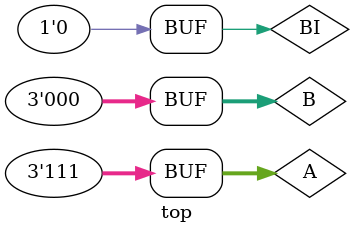
<source format=v>


// half_sub m1 (Diff1, Bout1, Input1, Input 2);

// half_sub m2 (Sub, Bout2, Diff1, BI);

// or  m3 (BO, Bout1, Bout2);

// `include "half_subtractor.v"


module half_sub (
    Diff, Bout, X, Y
);
output Diff;
output Bout;
input X,Y;


//method 1 gate level modelling 
// xor x1(Diff,X,Y);
// and a1(Bout,~X,Y);
//method 2 behavioural modelling
assign Diff = X ^ Y;
assign Bout = (~X) & Y;

endmodule


module full_sub(Diff,Bout,A,B,Bin);
//port declaritions
output Diff,Bout;
input A,B,Bin;
//wires
wire Diff1,Bout1,Bout2;

//instantiating half subtractor modules
half_sub hf1(Diff1,Bout1,A,B);
half_sub hf2(Diff,Bout2,Diff1,Bin);
or o1(Bout,Bout1,Bout2);


endmodule


module full_sub_3bit (
    sub,BO,A,B,BI
);
//port decalrations
output [2:0] sub;
output BO;
input [2:0] A,B;
input BI;

// wires
wire B0,B1,B2;
//implementing using lower modules
//instantiating lower modules
full_sub FS1(sub[0],B0,A[0],B[0],BI);
full_sub FS2(sub[1],B1,A[1],B[2],B0);
full_sub FS3(sub[2],B2,A[2],B[2],B1);

assign BO=B2;
    
endmodule

module top ;
    //declaring input of design as reg
    reg [2:0] A,B;
    reg BI;
    //declaring output as wire
    wire [2:0] sub;
    wire BO;

    //instantiating design module
    full_sub_3bit dut(.sub(sub),.BO(BO),.A(A),.B(B),.BI(BI));

    //behavioural blocks
    initial begin
        $dumpfile("full_sub_3bit.vcd");
        $dumpvars(0,top);
        A=0; B=4; BI=0;
        #5
        A=0; B=2; BI=1;
        #5
        A=5; B=1; BI=0;
        #5
        A=0; B=4; BI=0;
        #5
        A=7; B=7; BI=0;
        #5
        A=5; B=5; BI=1;
        #5
        A=7; B=0; BI=0;
        



    end




endmodule
</source>
